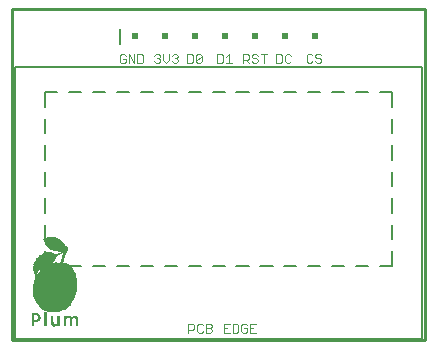
<source format=gto>
G04 EAGLE Gerber RS-274X export*
G75*
%MOMM*%
%FSLAX34Y34*%
%LPD*%
%INSilkscreen Top*%
%IPPOS*%
%AMOC8*
5,1,8,0,0,1.08239X$1,22.5*%
G01*
%ADD10C,0.076200*%
%ADD11C,0.127000*%
%ADD12C,0.203200*%
%ADD13R,0.508000X0.508000*%
%ADD14C,0.254000*%

G36*
X33398Y23578D02*
X33398Y23578D01*
X33433Y23575D01*
X33514Y23600D01*
X33558Y23609D01*
X33572Y23618D01*
X33592Y23624D01*
X33957Y23807D01*
X34415Y23831D01*
X34433Y23835D01*
X34455Y23835D01*
X34978Y23905D01*
X35486Y23899D01*
X36030Y23854D01*
X36041Y23856D01*
X36054Y23853D01*
X37745Y23794D01*
X37750Y23795D01*
X37756Y23793D01*
X38320Y23786D01*
X38346Y23791D01*
X38382Y23789D01*
X38940Y23852D01*
X38960Y23859D01*
X38988Y23860D01*
X40087Y24092D01*
X40099Y24097D01*
X40116Y24099D01*
X41203Y24398D01*
X41216Y24404D01*
X41233Y24407D01*
X41767Y24591D01*
X41774Y24595D01*
X41785Y24597D01*
X43358Y25208D01*
X43363Y25212D01*
X43371Y25213D01*
X43875Y25426D01*
X43887Y25434D01*
X43904Y25439D01*
X44391Y25682D01*
X44869Y25876D01*
X44878Y25882D01*
X44891Y25886D01*
X45400Y26121D01*
X45418Y26135D01*
X45445Y26145D01*
X45930Y26433D01*
X45936Y26439D01*
X45946Y26443D01*
X46892Y27053D01*
X46919Y27079D01*
X46963Y27108D01*
X47776Y27867D01*
X48198Y28219D01*
X48223Y28250D01*
X48265Y28287D01*
X48605Y28703D01*
X48973Y29112D01*
X48981Y29126D01*
X48996Y29139D01*
X49689Y30029D01*
X49699Y30048D01*
X49716Y30068D01*
X50321Y31016D01*
X50325Y31026D01*
X50333Y31037D01*
X50884Y32000D01*
X50887Y32009D01*
X50894Y32017D01*
X51938Y34017D01*
X51939Y34021D01*
X51943Y34026D01*
X52444Y35035D01*
X52445Y35039D01*
X52448Y35043D01*
X52689Y35552D01*
X52692Y35563D01*
X52699Y35574D01*
X52906Y36070D01*
X53143Y36543D01*
X53147Y36558D01*
X53158Y36574D01*
X53591Y37609D01*
X53592Y37615D01*
X53596Y37621D01*
X53996Y38656D01*
X53999Y38671D01*
X54007Y38687D01*
X54501Y40266D01*
X54504Y40301D01*
X54519Y40349D01*
X54587Y40860D01*
X54875Y41901D01*
X54877Y41936D01*
X54890Y41981D01*
X54947Y42510D01*
X55067Y43026D01*
X55067Y43048D01*
X55075Y43075D01*
X55358Y45279D01*
X55357Y45301D01*
X55362Y45329D01*
X55406Y46960D01*
X55404Y46968D01*
X55406Y46979D01*
X55393Y48107D01*
X55391Y48114D01*
X55392Y48123D01*
X55368Y48686D01*
X55360Y48717D01*
X55359Y48761D01*
X55258Y49274D01*
X55225Y49804D01*
X55221Y49819D01*
X55222Y49839D01*
X55074Y50950D01*
X55069Y50964D01*
X55069Y50983D01*
X54738Y52627D01*
X54731Y52643D01*
X54729Y52664D01*
X54429Y53723D01*
X54324Y54252D01*
X54319Y54264D01*
X54318Y54278D01*
X54181Y54816D01*
X54178Y54822D01*
X54178Y54829D01*
X53876Y55896D01*
X53872Y55903D01*
X53871Y55913D01*
X53362Y57498D01*
X53358Y57506D01*
X53356Y57516D01*
X53164Y58042D01*
X53155Y58056D01*
X53150Y58076D01*
X52930Y58565D01*
X52762Y59072D01*
X52750Y59093D01*
X52742Y59123D01*
X52638Y59352D01*
X52637Y59353D01*
X52637Y59354D01*
X52614Y59384D01*
X52594Y59449D01*
X52081Y60455D01*
X52071Y60468D01*
X52063Y60487D01*
X51477Y61453D01*
X51466Y61465D01*
X51457Y61484D01*
X51129Y61943D01*
X51116Y61955D01*
X51104Y61974D01*
X50741Y62406D01*
X50730Y62414D01*
X50720Y62428D01*
X50331Y62837D01*
X50322Y62843D01*
X50315Y62853D01*
X49908Y63244D01*
X49897Y63250D01*
X49888Y63262D01*
X49460Y63631D01*
X49438Y63643D01*
X49414Y63666D01*
X48951Y63979D01*
X48932Y63987D01*
X48912Y64004D01*
X47925Y64544D01*
X47894Y64554D01*
X47855Y64576D01*
X47332Y64765D01*
X47320Y64766D01*
X47308Y64773D01*
X46244Y65097D01*
X46220Y65099D01*
X46191Y65110D01*
X45636Y65214D01*
X45622Y65214D01*
X45604Y65219D01*
X45044Y65287D01*
X45024Y65285D01*
X44999Y65291D01*
X44435Y65308D01*
X44419Y65305D01*
X44399Y65308D01*
X43835Y65285D01*
X43807Y65278D01*
X43769Y65278D01*
X43524Y65235D01*
X43874Y66975D01*
X44145Y68058D01*
X44145Y68069D01*
X44150Y68082D01*
X44257Y68613D01*
X44409Y69134D01*
X44410Y69146D01*
X44415Y69159D01*
X44673Y70243D01*
X44995Y71310D01*
X44996Y71315D01*
X44998Y71320D01*
X45292Y72372D01*
X45487Y72812D01*
X45782Y73236D01*
X45787Y73249D01*
X45798Y73261D01*
X46091Y73743D01*
X46104Y73778D01*
X46131Y73824D01*
X46332Y74350D01*
X46339Y74390D01*
X46358Y74446D01*
X46409Y74743D01*
X46407Y74794D01*
X46415Y74843D01*
X46408Y74874D01*
X46541Y75075D01*
X46887Y75156D01*
X46927Y75174D01*
X47015Y75205D01*
X47470Y75456D01*
X47492Y75474D01*
X47517Y75485D01*
X47567Y75538D01*
X47622Y75584D01*
X47634Y75610D01*
X47653Y75630D01*
X47692Y75725D01*
X47711Y75762D01*
X47711Y75772D01*
X47716Y75784D01*
X47838Y76332D01*
X47839Y76375D01*
X47849Y76470D01*
X47816Y77033D01*
X47807Y77066D01*
X47804Y77113D01*
X47680Y77664D01*
X47667Y77691D01*
X47660Y77730D01*
X47460Y78258D01*
X47443Y78285D01*
X47428Y78325D01*
X47153Y78817D01*
X47144Y78827D01*
X47140Y78839D01*
X47029Y78963D01*
X46596Y79308D01*
X46565Y79324D01*
X46539Y79347D01*
X46477Y79369D01*
X46419Y79398D01*
X46384Y79401D01*
X46351Y79412D01*
X46265Y79409D01*
X46221Y79413D01*
X46205Y79407D01*
X46185Y79407D01*
X45648Y79297D01*
X45607Y79279D01*
X45528Y79256D01*
X45176Y79083D01*
X44973Y79870D01*
X44961Y79894D01*
X44954Y79928D01*
X44540Y80978D01*
X44526Y81000D01*
X44515Y81033D01*
X44247Y81528D01*
X44223Y81556D01*
X44208Y81589D01*
X44148Y81646D01*
X44119Y81680D01*
X44103Y81688D01*
X44087Y81704D01*
X43716Y81955D01*
X43110Y82799D01*
X43094Y82813D01*
X43081Y82835D01*
X42712Y83259D01*
X42695Y83272D01*
X42683Y83289D01*
X42575Y83364D01*
X42554Y83380D01*
X42550Y83381D01*
X42546Y83383D01*
X42130Y83578D01*
X41837Y83891D01*
X41217Y84779D01*
X41211Y84785D01*
X41206Y84794D01*
X40869Y85240D01*
X40821Y85282D01*
X40780Y85331D01*
X40743Y85351D01*
X40720Y85372D01*
X40683Y85384D01*
X40634Y85411D01*
X40161Y85575D01*
X39724Y85837D01*
X39684Y85852D01*
X39623Y85884D01*
X39224Y86016D01*
X38918Y86331D01*
X38873Y86362D01*
X38834Y86401D01*
X38785Y86423D01*
X38754Y86444D01*
X38722Y86450D01*
X38681Y86468D01*
X38216Y86585D01*
X37801Y86824D01*
X37759Y86838D01*
X37676Y86874D01*
X37146Y87011D01*
X37112Y87013D01*
X37068Y87024D01*
X36590Y87069D01*
X36137Y87199D01*
X35651Y87398D01*
X35610Y87406D01*
X35550Y87428D01*
X34997Y87527D01*
X34952Y87526D01*
X34867Y87533D01*
X34319Y87487D01*
X34297Y87481D01*
X34268Y87481D01*
X33805Y87393D01*
X33332Y87464D01*
X33309Y87463D01*
X33280Y87469D01*
X32716Y87494D01*
X32704Y87492D01*
X32690Y87494D01*
X32125Y87489D01*
X32039Y87470D01*
X31953Y87456D01*
X31941Y87449D01*
X31931Y87447D01*
X31896Y87423D01*
X31809Y87372D01*
X31568Y87170D01*
X31199Y87182D01*
X31165Y87176D01*
X31131Y87179D01*
X31047Y87156D01*
X31003Y87149D01*
X30990Y87140D01*
X30971Y87135D01*
X30581Y86952D01*
X30211Y86859D01*
X29762Y86924D01*
X29755Y86924D01*
X29749Y86926D01*
X29656Y86918D01*
X29564Y86913D01*
X29557Y86910D01*
X29550Y86910D01*
X29469Y86867D01*
X29385Y86826D01*
X29381Y86820D01*
X29374Y86817D01*
X29265Y86692D01*
X29140Y86488D01*
X28874Y86500D01*
X28830Y86493D01*
X28751Y86490D01*
X28254Y86388D01*
X28244Y86383D01*
X28233Y86383D01*
X28081Y86316D01*
X27723Y86082D01*
X27269Y85965D01*
X27194Y85928D01*
X27117Y85896D01*
X27104Y85884D01*
X27091Y85877D01*
X27062Y85844D01*
X26996Y85782D01*
X26683Y85367D01*
X26654Y85306D01*
X26617Y85249D01*
X26612Y85217D01*
X26597Y85187D01*
X26594Y85120D01*
X26583Y85053D01*
X26590Y85017D01*
X26589Y84988D01*
X26603Y84950D01*
X26615Y84890D01*
X26809Y84375D01*
X26832Y84338D01*
X26861Y84274D01*
X27163Y83823D01*
X27393Y83421D01*
X27519Y82950D01*
X27525Y82938D01*
X27527Y82924D01*
X27604Y82777D01*
X27825Y82485D01*
X27791Y82152D01*
X27800Y82060D01*
X27807Y81967D01*
X27810Y81960D01*
X27811Y81954D01*
X27827Y81925D01*
X27878Y81816D01*
X28178Y81383D01*
X28426Y80914D01*
X28442Y80895D01*
X28451Y80871D01*
X28527Y80790D01*
X28551Y80761D01*
X28558Y80757D01*
X28565Y80750D01*
X28900Y80495D01*
X29035Y80147D01*
X29052Y80120D01*
X29062Y80090D01*
X29119Y80016D01*
X29143Y79979D01*
X29154Y79972D01*
X29164Y79958D01*
X29497Y79655D01*
X29761Y79259D01*
X29789Y79231D01*
X29861Y79149D01*
X30285Y78802D01*
X30304Y78793D01*
X30323Y78774D01*
X30702Y78521D01*
X30932Y78164D01*
X30935Y78160D01*
X30936Y78157D01*
X31050Y78035D01*
X31459Y77726D01*
X31806Y77358D01*
X31842Y77332D01*
X31913Y77272D01*
X32858Y76705D01*
X32863Y76703D01*
X32867Y76700D01*
X33023Y76643D01*
X33449Y76563D01*
X33785Y76291D01*
X33824Y76270D01*
X33859Y76241D01*
X33923Y76218D01*
X33961Y76198D01*
X33985Y76196D01*
X34016Y76186D01*
X34541Y76096D01*
X35004Y75956D01*
X35447Y75723D01*
X35465Y75718D01*
X35480Y75707D01*
X35626Y75671D01*
X35638Y75667D01*
X35639Y75667D01*
X35641Y75667D01*
X37301Y75539D01*
X37709Y75460D01*
X37982Y75247D01*
X38039Y75219D01*
X38091Y75183D01*
X38132Y75172D01*
X38160Y75158D01*
X38199Y75156D01*
X38252Y75143D01*
X39840Y75027D01*
X40248Y74818D01*
X40278Y74809D01*
X40305Y74793D01*
X40397Y74776D01*
X40439Y74764D01*
X40453Y74766D01*
X40469Y74763D01*
X41032Y74756D01*
X41053Y74760D01*
X41081Y74758D01*
X41643Y74806D01*
X41666Y74813D01*
X41697Y74813D01*
X42251Y74923D01*
X42266Y74929D01*
X42286Y74931D01*
X42830Y75081D01*
X42840Y75086D01*
X42854Y75088D01*
X43390Y75264D01*
X43415Y75278D01*
X43453Y75290D01*
X43883Y75500D01*
X43671Y75300D01*
X43639Y75299D01*
X43603Y75290D01*
X43492Y75269D01*
X42988Y75087D01*
X42981Y75082D01*
X42974Y75081D01*
X42959Y75070D01*
X42929Y75061D01*
X42472Y74825D01*
X41488Y74471D01*
X41472Y74461D01*
X41448Y74454D01*
X40515Y74023D01*
X40029Y73910D01*
X39988Y73892D01*
X39916Y73870D01*
X39540Y73680D01*
X39536Y73677D01*
X39531Y73675D01*
X39478Y73632D01*
X39449Y73623D01*
X39376Y73612D01*
X38985Y73482D01*
X38973Y73475D01*
X38957Y73471D01*
X38463Y73273D01*
X37981Y73116D01*
X37111Y72872D01*
X36783Y73030D01*
X36772Y73032D01*
X36761Y73040D01*
X35742Y73471D01*
X35248Y73710D01*
X35231Y73714D01*
X35213Y73725D01*
X34694Y73930D01*
X34674Y73933D01*
X34650Y73945D01*
X34140Y74092D01*
X33642Y74290D01*
X33602Y74297D01*
X33544Y74318D01*
X32991Y74414D01*
X32948Y74413D01*
X32905Y74422D01*
X32836Y74410D01*
X32792Y74409D01*
X32771Y74399D01*
X32741Y74394D01*
X32322Y74249D01*
X31865Y74288D01*
X31852Y74286D01*
X31835Y74289D01*
X31270Y74303D01*
X31262Y74302D01*
X31252Y74303D01*
X30122Y74289D01*
X30113Y74287D01*
X30102Y74289D01*
X28974Y74230D01*
X28957Y74226D01*
X28935Y74226D01*
X27816Y74078D01*
X27799Y74073D01*
X27778Y74072D01*
X27226Y73955D01*
X27191Y73940D01*
X27138Y73928D01*
X26628Y73716D01*
X26607Y73702D01*
X26583Y73695D01*
X26494Y73626D01*
X26463Y73605D01*
X26459Y73599D01*
X26451Y73593D01*
X26078Y73187D01*
X26070Y73173D01*
X26055Y73160D01*
X25812Y72854D01*
X25420Y72713D01*
X25409Y72707D01*
X25395Y72703D01*
X25113Y72584D01*
X24900Y72494D01*
X24387Y72341D01*
X24364Y72328D01*
X24330Y72320D01*
X23813Y72093D01*
X23779Y72069D01*
X23722Y72041D01*
X23281Y71724D01*
X23249Y71688D01*
X23209Y71661D01*
X23174Y71608D01*
X23146Y71577D01*
X23137Y71552D01*
X23117Y71522D01*
X22930Y71102D01*
X22606Y70791D01*
X22204Y70456D01*
X21760Y70151D01*
X21741Y70131D01*
X21710Y70111D01*
X21289Y69734D01*
X21280Y69721D01*
X21264Y69709D01*
X20872Y69304D01*
X20861Y69287D01*
X20846Y69275D01*
X20776Y69153D01*
X20765Y69136D01*
X20764Y69133D01*
X20763Y69130D01*
X20583Y68646D01*
X20368Y68248D01*
X19666Y67435D01*
X19655Y67415D01*
X19635Y67394D01*
X19314Y66934D01*
X19278Y66851D01*
X19262Y66817D01*
X19259Y66813D01*
X19259Y66810D01*
X19239Y66769D01*
X19238Y66759D01*
X19235Y66751D01*
X19235Y66712D01*
X19228Y66632D01*
X19226Y66616D01*
X19227Y66612D01*
X19226Y66603D01*
X19266Y66168D01*
X19112Y65803D01*
X18535Y64879D01*
X18521Y64843D01*
X18492Y64794D01*
X18297Y64287D01*
X18292Y64253D01*
X18277Y64222D01*
X18272Y64135D01*
X18264Y64091D01*
X18268Y64076D01*
X18267Y64056D01*
X18312Y63622D01*
X18029Y62628D01*
X18028Y62606D01*
X18018Y62579D01*
X17920Y62025D01*
X17922Y61946D01*
X17917Y61868D01*
X17925Y61845D01*
X17925Y61826D01*
X17944Y61785D01*
X17968Y61709D01*
X18170Y61317D01*
X18206Y60945D01*
X18093Y60481D01*
X18092Y60464D01*
X18085Y60443D01*
X17994Y59887D01*
X17994Y59880D01*
X17992Y59873D01*
X17997Y59707D01*
X18106Y59170D01*
X18146Y59074D01*
X18182Y58988D01*
X18183Y58987D01*
X18183Y58986D01*
X18251Y58920D01*
X18324Y58849D01*
X18325Y58848D01*
X18326Y58848D01*
X18332Y58846D01*
X18333Y58845D01*
X18396Y58394D01*
X18406Y58366D01*
X18410Y58327D01*
X18561Y57797D01*
X18578Y57765D01*
X18586Y57730D01*
X18632Y57661D01*
X18653Y57621D01*
X18666Y57610D01*
X18678Y57591D01*
X18896Y57361D01*
X18923Y56981D01*
X18934Y56939D01*
X18944Y56869D01*
X19102Y56356D01*
X19190Y55910D01*
X19133Y55429D01*
X19135Y55405D01*
X19130Y55373D01*
X19127Y54810D01*
X19134Y54773D01*
X19149Y54662D01*
X19312Y54128D01*
X19332Y54090D01*
X19355Y54027D01*
X19629Y53543D01*
X19658Y53509D01*
X19700Y53447D01*
X19838Y53300D01*
X19316Y52036D01*
X19313Y52021D01*
X19304Y52004D01*
X18774Y50423D01*
X18773Y50414D01*
X18768Y50405D01*
X18455Y49336D01*
X18453Y49308D01*
X18441Y49272D01*
X18358Y48741D01*
X18098Y47688D01*
X18097Y47657D01*
X18086Y47617D01*
X18033Y47088D01*
X17918Y46572D01*
X17917Y46539D01*
X17907Y46495D01*
X17872Y45959D01*
X17783Y45430D01*
X17783Y45407D01*
X17777Y45378D01*
X17741Y44815D01*
X17742Y44807D01*
X17740Y44797D01*
X17710Y43669D01*
X17711Y43666D01*
X17710Y43662D01*
X17697Y42533D01*
X17697Y42529D01*
X17697Y42526D01*
X17698Y42524D01*
X17697Y42518D01*
X17718Y41390D01*
X17721Y41380D01*
X17719Y41368D01*
X17755Y40805D01*
X17757Y40797D01*
X17756Y40788D01*
X17865Y39665D01*
X17870Y39649D01*
X17871Y39628D01*
X18064Y38517D01*
X18068Y38508D01*
X18069Y38495D01*
X18183Y37980D01*
X18243Y37448D01*
X18254Y37415D01*
X18259Y37367D01*
X18564Y36293D01*
X18569Y36284D01*
X18571Y36270D01*
X18751Y35736D01*
X18753Y35732D01*
X18754Y35726D01*
X18946Y35196D01*
X18954Y35181D01*
X18960Y35161D01*
X19189Y34649D01*
X19194Y34642D01*
X19197Y34632D01*
X19695Y33625D01*
X19702Y33617D01*
X19706Y33605D01*
X20251Y32620D01*
X20259Y32611D01*
X20264Y32597D01*
X20860Y31643D01*
X20869Y31634D01*
X20876Y31619D01*
X21854Y30238D01*
X21862Y30230D01*
X21869Y30217D01*
X22918Y28889D01*
X22929Y28879D01*
X22940Y28863D01*
X24076Y27609D01*
X24083Y27604D01*
X24089Y27595D01*
X24484Y27192D01*
X24502Y27180D01*
X24519Y27160D01*
X24940Y26806D01*
X25345Y26431D01*
X25360Y26421D01*
X25376Y26404D01*
X25817Y26059D01*
X25832Y26051D01*
X25848Y26036D01*
X26316Y25725D01*
X26335Y25717D01*
X26356Y25700D01*
X27310Y25186D01*
X27335Y25178D01*
X27365Y25160D01*
X27872Y24963D01*
X27875Y24962D01*
X27879Y24960D01*
X28909Y24575D01*
X28929Y24572D01*
X28954Y24561D01*
X31093Y23985D01*
X31121Y23983D01*
X31157Y23972D01*
X31697Y23900D01*
X32173Y23806D01*
X32606Y23618D01*
X32622Y23615D01*
X32636Y23606D01*
X32800Y23577D01*
X33363Y23571D01*
X33398Y23578D01*
G37*
G36*
X45678Y11734D02*
X45678Y11734D01*
X45749Y11740D01*
X45775Y11754D01*
X45803Y11760D01*
X45862Y11800D01*
X45925Y11833D01*
X45943Y11856D01*
X45967Y11872D01*
X46005Y11932D01*
X46050Y11988D01*
X46060Y12019D01*
X46074Y12040D01*
X46081Y12082D01*
X46102Y12146D01*
X46175Y12634D01*
X46173Y12668D01*
X46180Y12713D01*
X46145Y16099D01*
X46151Y17722D01*
X46229Y17993D01*
X46529Y18178D01*
X46992Y18417D01*
X47462Y18604D01*
X47919Y18716D01*
X48325Y18718D01*
X48631Y18594D01*
X48831Y18342D01*
X48931Y17955D01*
X48955Y17195D01*
X48964Y16889D01*
X48967Y12374D01*
X48970Y12357D01*
X48968Y12339D01*
X48990Y12260D01*
X49007Y12180D01*
X49017Y12165D01*
X49021Y12148D01*
X49073Y12083D01*
X49119Y12016D01*
X49134Y12006D01*
X49145Y11992D01*
X49279Y11914D01*
X49287Y11909D01*
X49288Y11909D01*
X49289Y11908D01*
X49699Y11753D01*
X49706Y11751D01*
X49712Y11748D01*
X49876Y11720D01*
X50441Y11720D01*
X50473Y11727D01*
X50506Y11724D01*
X50570Y11746D01*
X50636Y11760D01*
X50663Y11778D01*
X50694Y11789D01*
X50763Y11847D01*
X50800Y11872D01*
X50808Y11884D01*
X50821Y11896D01*
X51081Y12201D01*
X51125Y12282D01*
X51172Y12361D01*
X51174Y12369D01*
X51177Y12375D01*
X51181Y12411D01*
X51200Y12525D01*
X51200Y18003D01*
X51326Y18163D01*
X51715Y18356D01*
X52195Y18551D01*
X52670Y18686D01*
X53119Y18731D01*
X53494Y18667D01*
X53753Y18482D01*
X53902Y18177D01*
X53941Y17722D01*
X53955Y17177D01*
X53983Y12660D01*
X53992Y12616D01*
X54000Y12532D01*
X54121Y12088D01*
X54140Y12050D01*
X54150Y12009D01*
X54185Y11963D01*
X54211Y11911D01*
X54243Y11883D01*
X54268Y11849D01*
X54318Y11820D01*
X54362Y11782D01*
X54403Y11769D01*
X54439Y11748D01*
X54510Y11736D01*
X54552Y11723D01*
X54575Y11725D01*
X54603Y11720D01*
X55168Y11720D01*
X55189Y11724D01*
X55216Y11722D01*
X55732Y11772D01*
X55812Y11797D01*
X55894Y11816D01*
X55907Y11826D01*
X55922Y11830D01*
X55986Y11884D01*
X56054Y11934D01*
X56062Y11948D01*
X56074Y11958D01*
X56113Y12033D01*
X56156Y12105D01*
X56158Y12122D01*
X56165Y12135D01*
X56168Y12179D01*
X56183Y12270D01*
X56178Y16791D01*
X56177Y16795D01*
X56177Y16799D01*
X56147Y18494D01*
X56138Y18531D01*
X56137Y18585D01*
X56024Y19136D01*
X56010Y19169D01*
X55972Y19278D01*
X55699Y19770D01*
X55671Y19803D01*
X55613Y19883D01*
X55213Y20279D01*
X55178Y20302D01*
X55098Y20364D01*
X54602Y20631D01*
X54559Y20644D01*
X54486Y20676D01*
X53939Y20812D01*
X53897Y20814D01*
X53834Y20826D01*
X53270Y20844D01*
X53233Y20837D01*
X53178Y20838D01*
X52620Y20751D01*
X52591Y20740D01*
X52549Y20734D01*
X52010Y20566D01*
X51993Y20557D01*
X51969Y20552D01*
X51446Y20338D01*
X51429Y20326D01*
X51404Y20318D01*
X50623Y19910D01*
X50529Y19954D01*
X50185Y20288D01*
X50148Y20313D01*
X50083Y20365D01*
X49593Y20643D01*
X49553Y20656D01*
X49548Y20657D01*
X49512Y20679D01*
X49486Y20683D01*
X49459Y20695D01*
X48909Y20821D01*
X48865Y20822D01*
X48773Y20834D01*
X47829Y20788D01*
X47786Y20777D01*
X47703Y20765D01*
X47164Y20595D01*
X47145Y20584D01*
X47118Y20578D01*
X46599Y20356D01*
X46587Y20347D01*
X46570Y20342D01*
X46086Y20097D01*
X45994Y20336D01*
X45985Y20350D01*
X45981Y20367D01*
X45932Y20434D01*
X45887Y20504D01*
X45873Y20513D01*
X45863Y20527D01*
X45792Y20569D01*
X45723Y20616D01*
X45706Y20620D01*
X45692Y20628D01*
X45530Y20656D01*
X45528Y20656D01*
X44963Y20656D01*
X44941Y20652D01*
X44912Y20653D01*
X44399Y20601D01*
X44320Y20576D01*
X44240Y20557D01*
X44226Y20547D01*
X44209Y20542D01*
X44146Y20488D01*
X44080Y20439D01*
X44071Y20424D01*
X44058Y20413D01*
X44020Y20339D01*
X43978Y20268D01*
X43975Y20249D01*
X43968Y20235D01*
X43965Y20191D01*
X43951Y20104D01*
X43956Y12762D01*
X43958Y12753D01*
X43957Y12742D01*
X43979Y12199D01*
X44003Y12102D01*
X44025Y12009D01*
X44026Y12008D01*
X44026Y12006D01*
X44086Y11926D01*
X44143Y11849D01*
X44144Y11848D01*
X44145Y11847D01*
X44232Y11796D01*
X44314Y11748D01*
X44316Y11747D01*
X44317Y11747D01*
X44333Y11745D01*
X44478Y11720D01*
X45608Y11720D01*
X45678Y11734D01*
G37*
G36*
X18307Y11730D02*
X18307Y11730D01*
X18359Y11731D01*
X18413Y11752D01*
X18451Y11760D01*
X18476Y11777D01*
X18514Y11792D01*
X18867Y12004D01*
X18921Y12054D01*
X18980Y12098D01*
X18994Y12121D01*
X19013Y12139D01*
X19044Y12206D01*
X19081Y12269D01*
X19086Y12299D01*
X19096Y12320D01*
X19097Y12363D01*
X19108Y12433D01*
X19101Y15036D01*
X19106Y15040D01*
X20061Y15106D01*
X20076Y15110D01*
X20096Y15110D01*
X20656Y15187D01*
X20672Y15193D01*
X20694Y15194D01*
X21245Y15315D01*
X21267Y15324D01*
X21297Y15329D01*
X21833Y15508D01*
X21857Y15522D01*
X21893Y15532D01*
X22401Y15779D01*
X22427Y15799D01*
X22467Y15818D01*
X22931Y16140D01*
X22956Y16166D01*
X22997Y16195D01*
X23399Y16592D01*
X23418Y16621D01*
X23452Y16654D01*
X23784Y17112D01*
X23797Y17142D01*
X23824Y17177D01*
X24081Y17680D01*
X24091Y17716D01*
X24115Y17766D01*
X24275Y18306D01*
X24282Y18386D01*
X24295Y18465D01*
X24294Y18470D01*
X24296Y18473D01*
X24304Y18506D01*
X24315Y18529D01*
X24318Y18571D01*
X24332Y18636D01*
X24360Y19201D01*
X24356Y19226D01*
X24360Y19260D01*
X24321Y19824D01*
X24312Y19857D01*
X24309Y19904D01*
X24179Y20455D01*
X24164Y20487D01*
X24153Y20535D01*
X23932Y21056D01*
X23910Y21088D01*
X23886Y21140D01*
X23570Y21608D01*
X23542Y21636D01*
X23507Y21684D01*
X23106Y22082D01*
X23075Y22102D01*
X23038Y22138D01*
X22573Y22459D01*
X22542Y22472D01*
X22503Y22500D01*
X21991Y22741D01*
X21967Y22747D01*
X21938Y22763D01*
X21402Y22944D01*
X21376Y22947D01*
X21345Y22960D01*
X20791Y23077D01*
X20770Y23077D01*
X20745Y23084D01*
X20182Y23148D01*
X20171Y23147D01*
X20158Y23150D01*
X19593Y23186D01*
X19584Y23185D01*
X19573Y23187D01*
X17309Y23241D01*
X17295Y23239D01*
X17281Y23241D01*
X17197Y23221D01*
X17113Y23206D01*
X17101Y23198D01*
X17087Y23195D01*
X17018Y23144D01*
X16947Y23098D01*
X16939Y23086D01*
X16927Y23077D01*
X16884Y23004D01*
X16836Y22933D01*
X16833Y22918D01*
X16826Y22906D01*
X16798Y22742D01*
X16798Y18779D01*
X16812Y18709D01*
X16818Y18639D01*
X16832Y18609D01*
X16837Y18584D01*
X16862Y18549D01*
X16891Y18489D01*
X16918Y18451D01*
X16828Y18203D01*
X16827Y18200D01*
X16826Y18197D01*
X16798Y18033D01*
X16792Y12386D01*
X16794Y12375D01*
X16793Y12365D01*
X16814Y12278D01*
X16832Y12191D01*
X16838Y12182D01*
X16840Y12172D01*
X16894Y12100D01*
X16944Y12027D01*
X16953Y12021D01*
X16959Y12013D01*
X17100Y11924D01*
X17499Y11758D01*
X17514Y11755D01*
X17527Y11748D01*
X17691Y11720D01*
X18256Y11720D01*
X18307Y11730D01*
G37*
G36*
X36024Y11529D02*
X36024Y11529D01*
X36072Y11529D01*
X36630Y11618D01*
X36659Y11629D01*
X36700Y11634D01*
X37239Y11802D01*
X37256Y11812D01*
X37281Y11817D01*
X37803Y12032D01*
X37817Y12042D01*
X37837Y12048D01*
X38342Y12301D01*
X38345Y12303D01*
X38412Y12077D01*
X38429Y12045D01*
X38438Y12009D01*
X38476Y11958D01*
X38506Y11902D01*
X38534Y11879D01*
X38556Y11849D01*
X38610Y11817D01*
X38660Y11777D01*
X38695Y11766D01*
X38727Y11748D01*
X38808Y11734D01*
X38851Y11722D01*
X38869Y11724D01*
X38891Y11720D01*
X39456Y11720D01*
X39490Y11727D01*
X39537Y11727D01*
X40022Y11807D01*
X40085Y11831D01*
X40151Y11846D01*
X40177Y11866D01*
X40208Y11878D01*
X40257Y11924D01*
X40311Y11964D01*
X40328Y11993D01*
X40352Y12015D01*
X40378Y12077D01*
X40413Y12135D01*
X40419Y12172D01*
X40430Y12198D01*
X40430Y12239D01*
X40440Y12299D01*
X40440Y19647D01*
X40436Y19670D01*
X40437Y19700D01*
X40382Y20210D01*
X40358Y20288D01*
X40339Y20367D01*
X40328Y20382D01*
X40322Y20400D01*
X40269Y20462D01*
X40221Y20527D01*
X40205Y20537D01*
X40193Y20551D01*
X40120Y20587D01*
X40050Y20628D01*
X40029Y20632D01*
X40014Y20639D01*
X39970Y20642D01*
X39886Y20656D01*
X38756Y20656D01*
X38751Y20655D01*
X38746Y20656D01*
X38654Y20635D01*
X38561Y20616D01*
X38557Y20614D01*
X38552Y20613D01*
X38475Y20558D01*
X38397Y20504D01*
X38394Y20500D01*
X38390Y20497D01*
X38341Y20417D01*
X38290Y20336D01*
X38289Y20332D01*
X38287Y20328D01*
X38256Y20164D01*
X38240Y19055D01*
X38241Y19050D01*
X38240Y19044D01*
X38278Y14609D01*
X38205Y14397D01*
X37894Y14219D01*
X37415Y13991D01*
X36929Y13794D01*
X36456Y13658D01*
X36006Y13615D01*
X35641Y13676D01*
X35410Y13856D01*
X35280Y14187D01*
X35227Y14663D01*
X35176Y16331D01*
X35171Y18014D01*
X35204Y19703D01*
X35196Y19747D01*
X35188Y19838D01*
X35072Y20282D01*
X35053Y20323D01*
X35042Y20367D01*
X35009Y20411D01*
X34985Y20461D01*
X34951Y20491D01*
X34924Y20527D01*
X34877Y20555D01*
X34835Y20591D01*
X34792Y20605D01*
X34753Y20628D01*
X34687Y20640D01*
X34646Y20653D01*
X34621Y20651D01*
X34589Y20656D01*
X33459Y20656D01*
X33451Y20654D01*
X33442Y20656D01*
X33354Y20635D01*
X33264Y20616D01*
X33257Y20612D01*
X33249Y20610D01*
X33176Y20556D01*
X33100Y20504D01*
X33095Y20497D01*
X33089Y20492D01*
X33042Y20414D01*
X32993Y20336D01*
X32992Y20328D01*
X32987Y20321D01*
X32960Y20157D01*
X32960Y20021D01*
X32960Y20020D01*
X32965Y15499D01*
X32966Y15495D01*
X32965Y15491D01*
X32985Y14360D01*
X32987Y14349D01*
X32986Y14335D01*
X33025Y13771D01*
X33035Y13734D01*
X33040Y13678D01*
X33184Y13134D01*
X33202Y13097D01*
X33240Y13002D01*
X33533Y12521D01*
X33562Y12490D01*
X33624Y12411D01*
X34042Y12032D01*
X34080Y12010D01*
X34151Y11957D01*
X34653Y11702D01*
X34696Y11690D01*
X34772Y11659D01*
X35322Y11538D01*
X35364Y11537D01*
X35426Y11526D01*
X35991Y11523D01*
X36024Y11529D01*
G37*
%LPC*%
G36*
X40492Y64996D02*
X40492Y64996D01*
X39516Y65496D01*
X39494Y65502D01*
X39467Y65518D01*
X38949Y65717D01*
X38920Y65722D01*
X38884Y65737D01*
X38336Y65866D01*
X38296Y65867D01*
X38237Y65879D01*
X37673Y65896D01*
X37658Y65893D01*
X37638Y65896D01*
X37073Y65873D01*
X37062Y65871D01*
X37048Y65872D01*
X36485Y65820D01*
X36472Y65816D01*
X36454Y65816D01*
X35896Y65730D01*
X35882Y65724D01*
X35864Y65723D01*
X35314Y65601D01*
X35310Y65599D01*
X35305Y65599D01*
X34325Y65362D01*
X34419Y65450D01*
X34426Y65460D01*
X34438Y65468D01*
X34830Y65875D01*
X34836Y65883D01*
X34846Y65891D01*
X35593Y66739D01*
X35600Y66751D01*
X35612Y66762D01*
X35959Y67208D01*
X35964Y67217D01*
X35973Y67226D01*
X36299Y67687D01*
X36306Y67704D01*
X36320Y67720D01*
X36897Y68689D01*
X36904Y68709D01*
X36920Y68731D01*
X37403Y69752D01*
X37405Y69761D01*
X37412Y69772D01*
X37631Y70292D01*
X37636Y70314D01*
X37648Y70338D01*
X37802Y70836D01*
X38003Y71230D01*
X38285Y71517D01*
X39204Y71976D01*
X39703Y72182D01*
X39713Y72188D01*
X39726Y72191D01*
X40109Y72372D01*
X40119Y72379D01*
X40130Y72382D01*
X40178Y72422D01*
X40213Y72432D01*
X40288Y72444D01*
X40695Y72582D01*
X40713Y72592D01*
X40740Y72599D01*
X41742Y73051D01*
X43175Y73548D01*
X42839Y72663D01*
X42837Y72649D01*
X42828Y72633D01*
X42333Y71022D01*
X42331Y71008D01*
X42324Y70992D01*
X42193Y70449D01*
X42193Y70437D01*
X42187Y70422D01*
X42088Y69889D01*
X41832Y68869D01*
X41653Y68366D01*
X41649Y68335D01*
X41634Y68296D01*
X41531Y67778D01*
X41358Y67292D01*
X41353Y67255D01*
X41336Y67203D01*
X40983Y64993D01*
X40952Y64846D01*
X40907Y64845D01*
X40492Y64996D01*
G37*
%LPD*%
G36*
X28692Y11738D02*
X28692Y11738D01*
X28783Y11754D01*
X28790Y11758D01*
X28796Y11760D01*
X28825Y11779D01*
X28926Y11840D01*
X29230Y12101D01*
X29250Y12126D01*
X29276Y12145D01*
X29311Y12203D01*
X29353Y12257D01*
X29361Y12288D01*
X29377Y12316D01*
X29393Y12407D01*
X29404Y12449D01*
X29402Y12463D01*
X29405Y12480D01*
X29405Y23218D01*
X29402Y23232D01*
X29404Y23249D01*
X29371Y23781D01*
X29347Y23871D01*
X29326Y23961D01*
X29322Y23966D01*
X29320Y23973D01*
X29262Y24047D01*
X29208Y24121D01*
X29202Y24124D01*
X29197Y24130D01*
X29116Y24175D01*
X29037Y24222D01*
X29029Y24224D01*
X29024Y24227D01*
X28988Y24230D01*
X28873Y24250D01*
X27699Y24250D01*
X27690Y24248D01*
X27682Y24250D01*
X27594Y24229D01*
X27504Y24210D01*
X27497Y24206D01*
X27489Y24204D01*
X27415Y24150D01*
X27340Y24098D01*
X27335Y24091D01*
X27328Y24086D01*
X27282Y24007D01*
X27233Y23930D01*
X27231Y23922D01*
X27227Y23915D01*
X27199Y23751D01*
X27199Y12447D01*
X27211Y12388D01*
X27214Y12328D01*
X27231Y12292D01*
X27239Y12252D01*
X27273Y12202D01*
X27299Y12148D01*
X27332Y12116D01*
X27351Y12088D01*
X27382Y12069D01*
X27419Y12033D01*
X27757Y11806D01*
X27816Y11781D01*
X27872Y11748D01*
X27912Y11741D01*
X27940Y11729D01*
X27979Y11730D01*
X28036Y11720D01*
X28601Y11720D01*
X28692Y11738D01*
G37*
%LPC*%
G36*
X19071Y17028D02*
X19071Y17028D01*
X19059Y18434D01*
X19058Y18436D01*
X19059Y18438D01*
X19051Y18474D01*
X19054Y18483D01*
X19052Y18512D01*
X19059Y18550D01*
X19073Y20240D01*
X19107Y21201D01*
X19919Y21151D01*
X20416Y21067D01*
X20867Y20922D01*
X21263Y20689D01*
X21599Y20386D01*
X21841Y20025D01*
X21978Y19611D01*
X22016Y19147D01*
X21974Y18624D01*
X21980Y18576D01*
X21975Y18528D01*
X21992Y18478D01*
X21993Y18467D01*
X21985Y18458D01*
X21964Y18424D01*
X21924Y18380D01*
X21654Y17952D01*
X21331Y17632D01*
X20945Y17385D01*
X20501Y17219D01*
X20006Y17115D01*
X19481Y17049D01*
X19079Y17024D01*
X19071Y17028D01*
G37*
%LPD*%
%LPC*%
G36*
X21587Y56620D02*
X21587Y56620D01*
X21764Y57126D01*
X22396Y58677D01*
X22428Y58817D01*
X22623Y58904D01*
X22654Y58925D01*
X22702Y58947D01*
X23150Y59252D01*
X24118Y59789D01*
X24127Y59797D01*
X24140Y59803D01*
X24607Y60095D01*
X25058Y60345D01*
X25090Y60359D01*
X24990Y60275D01*
X24982Y60264D01*
X24967Y60255D01*
X24557Y59866D01*
X24545Y59849D01*
X24525Y59832D01*
X24311Y59588D01*
X24182Y59494D01*
X23392Y58690D01*
X23386Y58681D01*
X23376Y58673D01*
X22624Y57832D01*
X22614Y57815D01*
X22596Y57798D01*
X21921Y56894D01*
X21918Y56888D01*
X21912Y56882D01*
X21588Y56420D01*
X21586Y56416D01*
X21582Y56412D01*
X21485Y56267D01*
X21587Y56620D01*
G37*
%LPD*%
D10*
X96173Y240744D02*
X94944Y241973D01*
X92487Y241973D01*
X91258Y240744D01*
X91258Y235829D01*
X92487Y234600D01*
X94944Y234600D01*
X96173Y235829D01*
X96173Y238287D01*
X93715Y238287D01*
X98742Y241973D02*
X98742Y234600D01*
X103657Y234600D02*
X98742Y241973D01*
X103657Y241973D02*
X103657Y234600D01*
X106226Y234600D02*
X106226Y241973D01*
X106226Y234600D02*
X109912Y234600D01*
X111141Y235829D01*
X111141Y240744D01*
X109912Y241973D01*
X106226Y241973D01*
X120674Y240983D02*
X121903Y242211D01*
X124360Y242211D01*
X125589Y240983D01*
X125589Y239754D01*
X124360Y238525D01*
X123132Y238525D01*
X124360Y238525D02*
X125589Y237296D01*
X125589Y236068D01*
X124360Y234839D01*
X121903Y234839D01*
X120674Y236068D01*
X128158Y237296D02*
X128158Y242211D01*
X128158Y237296D02*
X130616Y234839D01*
X133073Y237296D01*
X133073Y242211D01*
X135643Y240983D02*
X136871Y242211D01*
X139329Y242211D01*
X140557Y240983D01*
X140557Y239754D01*
X139329Y238525D01*
X138100Y238525D01*
X139329Y238525D02*
X140557Y237296D01*
X140557Y236068D01*
X139329Y234839D01*
X136871Y234839D01*
X135643Y236068D01*
X253131Y242396D02*
X254359Y241167D01*
X253131Y242396D02*
X250673Y242396D01*
X249444Y241167D01*
X249444Y236253D01*
X250673Y235024D01*
X253131Y235024D01*
X254359Y236253D01*
X260615Y242396D02*
X261843Y241167D01*
X260615Y242396D02*
X258157Y242396D01*
X256929Y241167D01*
X256929Y239939D01*
X258157Y238710D01*
X260615Y238710D01*
X261843Y237481D01*
X261843Y236253D01*
X260615Y235024D01*
X258157Y235024D01*
X256929Y236253D01*
X195819Y234805D02*
X195819Y242177D01*
X199505Y242177D01*
X200733Y240949D01*
X200733Y238491D01*
X199505Y237262D01*
X195819Y237262D01*
X198276Y237262D02*
X200733Y234805D01*
X206989Y242177D02*
X208218Y240949D01*
X206989Y242177D02*
X204531Y242177D01*
X203303Y240949D01*
X203303Y239720D01*
X204531Y238491D01*
X206989Y238491D01*
X208218Y237262D01*
X208218Y236034D01*
X206989Y234805D01*
X204531Y234805D01*
X203303Y236034D01*
X213244Y234805D02*
X213244Y242177D01*
X210787Y242177D02*
X215702Y242177D01*
X173893Y242169D02*
X173893Y234797D01*
X177579Y234797D01*
X178808Y236025D01*
X178808Y240940D01*
X177579Y242169D01*
X173893Y242169D01*
X181377Y239711D02*
X183835Y242169D01*
X183835Y234797D01*
X186292Y234797D02*
X181377Y234797D01*
X148409Y234797D02*
X148409Y242169D01*
X148409Y234797D02*
X152095Y234797D01*
X153324Y236025D01*
X153324Y240940D01*
X152095Y242169D01*
X148409Y242169D01*
X155893Y240940D02*
X155893Y236025D01*
X155893Y240940D02*
X157122Y242169D01*
X159579Y242169D01*
X160808Y240940D01*
X160808Y236025D01*
X159579Y234797D01*
X157122Y234797D01*
X155893Y236025D01*
X160808Y240940D01*
X223776Y242100D02*
X223776Y234728D01*
X227463Y234728D01*
X228691Y235957D01*
X228691Y240871D01*
X227463Y242100D01*
X223776Y242100D01*
X234947Y242100D02*
X236175Y240871D01*
X234947Y242100D02*
X232489Y242100D01*
X231261Y240871D01*
X231261Y235957D01*
X232489Y234728D01*
X234947Y234728D01*
X236175Y235957D01*
D11*
X347509Y230927D02*
X2509Y230927D01*
X347509Y230927D02*
X347509Y927D01*
X2509Y927D01*
X2509Y230927D01*
X28009Y209927D02*
X38276Y209927D01*
X48276Y209927D02*
X58542Y209927D01*
X68542Y209927D02*
X78809Y209927D01*
X88809Y209927D02*
X99076Y209927D01*
X109076Y209927D02*
X119342Y209927D01*
X129342Y209927D02*
X139609Y209927D01*
X149609Y209927D02*
X159876Y209927D01*
X169876Y209927D02*
X180142Y209927D01*
X190142Y209927D02*
X200409Y209927D01*
X210409Y209927D02*
X220676Y209927D01*
X230676Y209927D02*
X240942Y209927D01*
X250942Y209927D02*
X261209Y209927D01*
X271209Y209927D02*
X281476Y209927D01*
X291476Y209927D02*
X301742Y209927D01*
X311742Y209927D02*
X322009Y209927D01*
X322009Y197499D01*
X322009Y187499D02*
X322009Y175070D01*
X322009Y165070D02*
X322009Y152642D01*
X322009Y142642D02*
X322009Y130213D01*
X322009Y120213D02*
X322009Y107785D01*
X322009Y97785D02*
X322009Y85356D01*
X322009Y75356D02*
X322009Y62927D01*
X311742Y62927D01*
X301742Y62927D02*
X291476Y62927D01*
X281476Y62927D02*
X271209Y62927D01*
X261209Y62927D02*
X250942Y62927D01*
X240942Y62927D02*
X230676Y62927D01*
X220676Y62927D02*
X210409Y62927D01*
X200409Y62927D02*
X190142Y62927D01*
X180142Y62927D02*
X169876Y62927D01*
X159876Y62927D02*
X149609Y62927D01*
X139609Y62927D02*
X129342Y62927D01*
X119342Y62927D02*
X109076Y62927D01*
X99076Y62927D02*
X88809Y62927D01*
X78809Y62927D02*
X68542Y62927D01*
X58542Y62927D02*
X48276Y62927D01*
X38276Y62927D02*
X28009Y62927D01*
X28009Y75356D01*
X28009Y85356D02*
X28009Y97785D01*
X28009Y107785D02*
X28009Y120213D01*
X28009Y130213D02*
X28009Y142642D01*
X28009Y152642D02*
X28009Y165070D01*
X28009Y175070D02*
X28009Y187499D01*
X28009Y197499D02*
X28009Y209927D01*
D10*
X149390Y13681D02*
X149390Y6308D01*
X149390Y13681D02*
X153076Y13681D01*
X154305Y12452D01*
X154305Y9995D01*
X153076Y8766D01*
X149390Y8766D01*
X160560Y13681D02*
X161789Y12452D01*
X160560Y13681D02*
X158103Y13681D01*
X156874Y12452D01*
X156874Y7537D01*
X158103Y6308D01*
X160560Y6308D01*
X161789Y7537D01*
X164358Y6308D02*
X164358Y13681D01*
X168044Y13681D01*
X169273Y12452D01*
X169273Y11223D01*
X168044Y9995D01*
X169273Y8766D01*
X169273Y7537D01*
X168044Y6308D01*
X164358Y6308D01*
X164358Y9995D02*
X168044Y9995D01*
X179327Y13681D02*
X184242Y13681D01*
X179327Y13681D02*
X179327Y6308D01*
X184242Y6308D01*
X181784Y9995D02*
X179327Y9995D01*
X186811Y13681D02*
X186811Y6308D01*
X190497Y6308D01*
X191726Y7537D01*
X191726Y12452D01*
X190497Y13681D01*
X186811Y13681D01*
X197981Y13681D02*
X199210Y12452D01*
X197981Y13681D02*
X195524Y13681D01*
X194295Y12452D01*
X194295Y7537D01*
X195524Y6308D01*
X197981Y6308D01*
X199210Y7537D01*
X199210Y9995D01*
X196752Y9995D01*
X201779Y13681D02*
X206694Y13681D01*
X201779Y13681D02*
X201779Y6308D01*
X206694Y6308D01*
X204237Y9995D02*
X201779Y9995D01*
D12*
X91750Y250987D02*
X91750Y263687D01*
D13*
X231450Y257337D03*
X206050Y257337D03*
X180650Y257337D03*
X155250Y257337D03*
X129850Y257337D03*
X104450Y257337D03*
X256850Y257337D03*
D14*
X0Y0D02*
X350000Y0D01*
X350000Y280000D01*
X0Y280000D01*
X0Y0D01*
M02*

</source>
